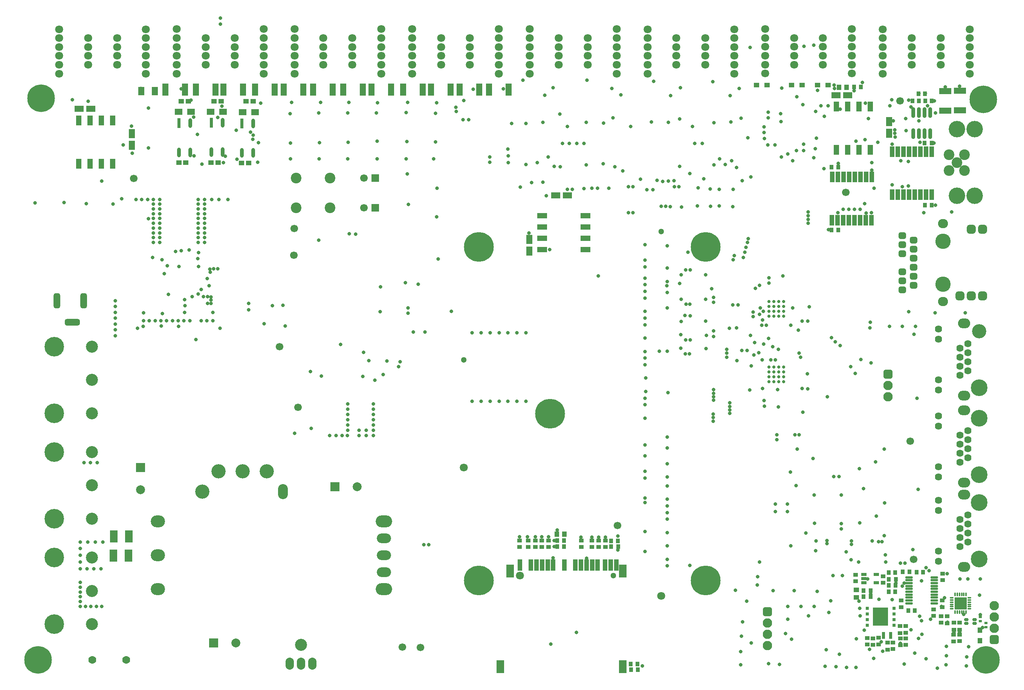
<source format=gbs>
G04*
G04 #@! TF.GenerationSoftware,Altium Limited,Altium Designer,18.1.8 (232)*
G04*
G04 Layer_Color=16711935*
%FSLAX25Y25*%
%MOIN*%
G70*
G01*
G75*
%ADD120R,0.05512X0.07677*%
%ADD126O,0.03150X0.08661*%
%ADD127R,0.03150X0.08661*%
%ADD128R,0.03543X0.04134*%
%ADD130R,0.04134X0.03347*%
%ADD131R,0.04134X0.03543*%
%ADD132R,0.04055X0.04724*%
%ADD134C,0.06693*%
%ADD135R,0.03347X0.04134*%
%ADD136R,0.02756X0.02362*%
%ADD142R,0.08661X0.04724*%
%ADD144R,0.06787X0.10787*%
%ADD147R,0.07874X0.05709*%
%ADD148R,0.03032X0.01968*%
%ADD160R,0.04587X0.04187*%
%ADD161R,0.06787X0.05787*%
%ADD162R,0.04724X0.04213*%
%ADD164R,0.04213X0.04724*%
%ADD172R,0.05709X0.07874*%
G04:AMPARAMS|DCode=177|XSize=37.4mil|YSize=24.41mil|CornerRadius=8.07mil|HoleSize=0mil|Usage=FLASHONLY|Rotation=0.000|XOffset=0mil|YOffset=0mil|HoleType=Round|Shape=RoundedRectangle|*
%AMROUNDEDRECTD177*
21,1,0.03740,0.00827,0,0,0.0*
21,1,0.02126,0.02441,0,0,0.0*
1,1,0.01614,0.01063,-0.00413*
1,1,0.01614,-0.01063,-0.00413*
1,1,0.01614,-0.01063,0.00413*
1,1,0.01614,0.01063,0.00413*
%
%ADD177ROUNDEDRECTD177*%
%ADD178O,0.03543X0.09449*%
%ADD179R,0.03937X0.09449*%
%ADD206R,0.03150X0.02756*%
%ADD215O,0.07480X0.10630*%
%ADD216C,0.10630*%
%ADD217R,0.07874X0.07874*%
%ADD218C,0.07874*%
%ADD219R,0.07874X0.07874*%
%ADD220C,0.06987*%
G04:AMPARAMS|DCode=221|XSize=132.87mil|YSize=57.87mil|CornerRadius=16.44mil|HoleSize=0mil|Usage=FLASHONLY|Rotation=0.000|XOffset=0mil|YOffset=0mil|HoleType=Round|Shape=RoundedRectangle|*
%AMROUNDEDRECTD221*
21,1,0.13287,0.02500,0,0,0.0*
21,1,0.10000,0.05787,0,0,0.0*
1,1,0.03287,0.05000,-0.01250*
1,1,0.03287,-0.05000,-0.01250*
1,1,0.03287,-0.05000,0.01250*
1,1,0.03287,0.05000,0.01250*
%
%ADD221ROUNDEDRECTD221*%
G04:AMPARAMS|DCode=222|XSize=132.87mil|YSize=57.87mil|CornerRadius=16.44mil|HoleSize=0mil|Usage=FLASHONLY|Rotation=270.000|XOffset=0mil|YOffset=0mil|HoleType=Round|Shape=RoundedRectangle|*
%AMROUNDEDRECTD222*
21,1,0.13287,0.02500,0,0,270.0*
21,1,0.10000,0.05787,0,0,270.0*
1,1,0.03287,-0.01250,-0.05000*
1,1,0.03287,-0.01250,0.05000*
1,1,0.03287,0.01250,0.05000*
1,1,0.03287,0.01250,-0.05000*
%
%ADD222ROUNDEDRECTD222*%
%ADD223C,0.07087*%
%ADD224C,0.08287*%
G04:AMPARAMS|DCode=225|XSize=82.87mil|YSize=82.87mil|CornerRadius=22.69mil|HoleSize=0mil|Usage=FLASHONLY|Rotation=180.000|XOffset=0mil|YOffset=0mil|HoleType=Round|Shape=RoundedRectangle|*
%AMROUNDEDRECTD225*
21,1,0.08287,0.03750,0,0,180.0*
21,1,0.03750,0.08287,0,0,180.0*
1,1,0.04537,-0.01875,0.01875*
1,1,0.04537,0.01875,0.01875*
1,1,0.04537,0.01875,-0.01875*
1,1,0.04537,-0.01875,-0.01875*
%
%ADD225ROUNDEDRECTD225*%
%ADD226C,0.05118*%
%ADD227C,0.09449*%
%ADD228R,0.06693X0.06693*%
%ADD229C,0.12598*%
%ADD230O,0.08661X0.13386*%
%ADD231C,0.14787*%
%ADD232O,0.10787X0.08787*%
%ADD233C,0.06387*%
%ADD234C,0.24410*%
%ADD235C,0.26378*%
%ADD236C,0.14567*%
%ADD237C,0.13587*%
G04:AMPARAMS|DCode=238|XSize=57.87mil|YSize=67.87mil|CornerRadius=16.44mil|HoleSize=0mil|Usage=FLASHONLY|Rotation=90.000|XOffset=0mil|YOffset=0mil|HoleType=Round|Shape=RoundedRectangle|*
%AMROUNDEDRECTD238*
21,1,0.05787,0.03500,0,0,90.0*
21,1,0.02500,0.06787,0,0,90.0*
1,1,0.03287,0.01750,0.01250*
1,1,0.03287,0.01750,-0.01250*
1,1,0.03287,-0.01750,-0.01250*
1,1,0.03287,-0.01750,0.01250*
%
%ADD238ROUNDEDRECTD238*%
%ADD239O,0.08787X0.08187*%
G04:AMPARAMS|DCode=240|XSize=77.87mil|YSize=77.87mil|CornerRadius=21.44mil|HoleSize=0mil|Usage=FLASHONLY|Rotation=90.000|XOffset=0mil|YOffset=0mil|HoleType=Round|Shape=RoundedRectangle|*
%AMROUNDEDRECTD240*
21,1,0.07787,0.03500,0,0,90.0*
21,1,0.03500,0.07787,0,0,90.0*
1,1,0.04287,0.01750,0.01750*
1,1,0.04287,0.01750,-0.01750*
1,1,0.04287,-0.01750,-0.01750*
1,1,0.04287,-0.01750,0.01750*
%
%ADD240ROUNDEDRECTD240*%
%ADD241O,0.14567X0.10630*%
%ADD242O,0.12598X0.08661*%
%ADD243O,0.12598X0.10630*%
%ADD244C,0.10630*%
%ADD245C,0.17323*%
%ADD246C,0.03150*%
%ADD247C,0.02756*%
%ADD342R,0.05512X0.11024*%
%ADD343R,0.13780X0.16142*%
%ADD344O,0.01502X0.03156*%
%ADD345R,0.11024X0.05512*%
%ADD346R,0.06693X0.11811*%
%ADD347R,0.03937X0.10039*%
%ADD348R,0.04724X0.08661*%
%ADD349O,0.06693X0.02165*%
%ADD350R,0.04724X0.04055*%
%ADD351R,0.05118X0.03150*%
%ADD352O,0.03156X0.01502*%
%ADD353R,0.10951X0.10951*%
D120*
X119095Y519783D02*
D03*
X107283D02*
D03*
D126*
X140402Y465452D02*
D03*
X150402D02*
D03*
Y491436D02*
D03*
X169106Y465552D02*
D03*
X179106D02*
D03*
Y491536D02*
D03*
X196280Y465158D02*
D03*
X206279D02*
D03*
Y491142D02*
D03*
D127*
X140402Y491436D02*
D03*
X169106Y491536D02*
D03*
X196280Y491142D02*
D03*
D128*
X546412Y7362D02*
D03*
X540309D02*
D03*
X475098Y121555D02*
D03*
X481201D02*
D03*
X475128Y116390D02*
D03*
X481231D02*
D03*
X529051D02*
D03*
X522949D02*
D03*
X723851Y396800D02*
D03*
X717749D02*
D03*
X723851Y452300D02*
D03*
X717749D02*
D03*
X743871Y523257D02*
D03*
X737769D02*
D03*
X768504Y81890D02*
D03*
X774606D02*
D03*
X768602Y87206D02*
D03*
X774705D02*
D03*
X746238Y72000D02*
D03*
X752340D02*
D03*
X746260Y77461D02*
D03*
X752362D02*
D03*
X800449Y418800D02*
D03*
X806551D02*
D03*
X800249Y473700D02*
D03*
X806351D02*
D03*
D130*
X749500Y29528D02*
D03*
Y35236D02*
D03*
X772200Y25546D02*
D03*
Y31254D02*
D03*
X783500Y29346D02*
D03*
Y35054D02*
D03*
X754400Y29446D02*
D03*
Y35154D02*
D03*
X831102Y32677D02*
D03*
Y38386D02*
D03*
X441900Y121754D02*
D03*
Y116046D02*
D03*
X449300Y121754D02*
D03*
Y116046D02*
D03*
X455700Y121754D02*
D03*
Y116046D02*
D03*
X461500Y121754D02*
D03*
Y116046D02*
D03*
X467400Y121754D02*
D03*
Y116046D02*
D03*
X496400Y121754D02*
D03*
Y116046D02*
D03*
X505905Y121752D02*
D03*
Y116043D02*
D03*
X511700Y121754D02*
D03*
Y116046D02*
D03*
X517800Y121754D02*
D03*
Y116046D02*
D03*
X763438Y89954D02*
D03*
Y84246D02*
D03*
X808071Y60827D02*
D03*
Y55118D02*
D03*
X814851Y48917D02*
D03*
Y54626D02*
D03*
X739169Y85746D02*
D03*
Y91454D02*
D03*
X816000Y92454D02*
D03*
Y86746D02*
D03*
D131*
X783300Y39849D02*
D03*
Y45951D02*
D03*
X825886Y38484D02*
D03*
Y32382D02*
D03*
X815748Y68799D02*
D03*
Y62697D02*
D03*
X759300Y35751D02*
D03*
Y29649D02*
D03*
X778500Y39845D02*
D03*
Y45947D02*
D03*
X779300Y62649D02*
D03*
Y68751D02*
D03*
X767500Y31251D02*
D03*
Y25149D02*
D03*
X819977Y48493D02*
D03*
Y54595D02*
D03*
X830969Y42766D02*
D03*
Y48869D02*
D03*
X826069Y42766D02*
D03*
Y48869D02*
D03*
X778642Y35051D02*
D03*
Y28949D02*
D03*
D132*
X849213Y32953D02*
D03*
Y42244D02*
D03*
D134*
X790300Y105000D02*
D03*
X730400Y430000D02*
D03*
X787300Y209600D02*
D03*
X528500Y134900D02*
D03*
X229300Y293300D02*
D03*
X242000Y374400D02*
D03*
X100300Y442400D02*
D03*
X304200Y442600D02*
D03*
X304100Y416400D02*
D03*
X778300Y511100D02*
D03*
X242500Y398000D02*
D03*
X354000Y26900D02*
D03*
X245900Y239800D02*
D03*
X338000Y27300D02*
D03*
D135*
X540256Y12303D02*
D03*
X545965D02*
D03*
X528642Y121457D02*
D03*
X522933D02*
D03*
X774148Y93200D02*
D03*
X768439D02*
D03*
X768483Y76400D02*
D03*
X774192D02*
D03*
X791437Y59646D02*
D03*
X785728D02*
D03*
X780946Y93962D02*
D03*
X786654D02*
D03*
X798754Y93662D02*
D03*
X793046D02*
D03*
X806409Y511000D02*
D03*
X800700D02*
D03*
X794846Y517500D02*
D03*
X800554D02*
D03*
X789291Y511000D02*
D03*
X795000D02*
D03*
D136*
X854429Y48622D02*
D03*
Y45079D02*
D03*
X849500Y53972D02*
D03*
Y50428D02*
D03*
D142*
X500098Y409488D02*
D03*
Y399488D02*
D03*
Y389488D02*
D03*
Y379488D02*
D03*
X461909Y409488D02*
D03*
Y399488D02*
D03*
Y389488D02*
D03*
Y379488D02*
D03*
D144*
X82650Y125200D02*
D03*
X96150D02*
D03*
X82450Y108400D02*
D03*
X95950D02*
D03*
D147*
X62402Y504035D02*
D03*
X52165D02*
D03*
X721882Y516100D02*
D03*
X732118D02*
D03*
X473809Y427273D02*
D03*
X484045D02*
D03*
D148*
X763890Y35631D02*
D03*
Y37600D02*
D03*
Y39568D02*
D03*
X770110D02*
D03*
Y37600D02*
D03*
Y35631D02*
D03*
D160*
X199951Y510644D02*
D03*
X206151D02*
D03*
X171605D02*
D03*
X177805D02*
D03*
X142502D02*
D03*
X148702D02*
D03*
X140402Y456444D02*
D03*
X146602D02*
D03*
X168906Y456244D02*
D03*
X175106D02*
D03*
X195848Y455850D02*
D03*
X202048D02*
D03*
D161*
X151002Y501444D02*
D03*
X140002D02*
D03*
X179606D02*
D03*
X168606D02*
D03*
X207948Y501050D02*
D03*
X196948D02*
D03*
D162*
X739669Y78107D02*
D03*
Y71493D02*
D03*
D164*
X481555Y127264D02*
D03*
X474941D02*
D03*
X724413Y523157D02*
D03*
X731027D02*
D03*
D172*
X98846Y471735D02*
D03*
Y481972D02*
D03*
X768900Y492618D02*
D03*
Y482382D02*
D03*
X450327Y378037D02*
D03*
Y388273D02*
D03*
D177*
X844291Y48425D02*
D03*
Y51575D02*
D03*
X837205Y48425D02*
D03*
Y51575D02*
D03*
D178*
X790256Y500787D02*
D03*
X795256D02*
D03*
X800256D02*
D03*
X805256D02*
D03*
X790256Y481890D02*
D03*
X795256D02*
D03*
X800256D02*
D03*
X805256D02*
D03*
D179*
X718261Y405406D02*
D03*
X723261D02*
D03*
X753261D02*
D03*
X748261D02*
D03*
X743261D02*
D03*
X738261D02*
D03*
X733261D02*
D03*
X728261D02*
D03*
X753339Y443595D02*
D03*
X718339D02*
D03*
X723339D02*
D03*
X728339D02*
D03*
X738339D02*
D03*
X743339D02*
D03*
X748339D02*
D03*
X733339D02*
D03*
X806614Y466043D02*
D03*
X801614D02*
D03*
X771614D02*
D03*
X776614D02*
D03*
X781614D02*
D03*
X786614D02*
D03*
X791614D02*
D03*
X796614D02*
D03*
X771535Y427854D02*
D03*
X806535D02*
D03*
X801535D02*
D03*
X796535D02*
D03*
X786535D02*
D03*
X781535D02*
D03*
X776535D02*
D03*
X791535D02*
D03*
D206*
X749389Y46700D02*
D03*
Y51700D02*
D03*
Y56700D02*
D03*
Y61700D02*
D03*
X773011D02*
D03*
Y56700D02*
D03*
Y51700D02*
D03*
Y46700D02*
D03*
D215*
X238600Y12600D02*
D03*
X258600D02*
D03*
X248600D02*
D03*
D216*
Y29411D02*
D03*
D217*
X106299Y186417D02*
D03*
D218*
Y166732D02*
D03*
X190743Y30900D02*
D03*
X298243Y169300D02*
D03*
D219*
X171057Y30900D02*
D03*
X278557Y169300D02*
D03*
D220*
X93800Y16100D02*
D03*
X63800D02*
D03*
D221*
X46279Y315058D02*
D03*
D222*
X56079Y333858D02*
D03*
X32579D02*
D03*
D223*
X450872Y566651D02*
D03*
Y535155D02*
D03*
X527643Y566651D02*
D03*
Y535155D02*
D03*
X450872Y543029D02*
D03*
Y550903D02*
D03*
Y558777D02*
D03*
X476462Y543029D02*
D03*
Y550903D02*
D03*
Y558777D02*
D03*
X502053Y543029D02*
D03*
Y550903D02*
D03*
Y558777D02*
D03*
X527643D02*
D03*
Y550903D02*
D03*
Y543029D02*
D03*
Y574525D02*
D03*
X450872D02*
D03*
X476462Y566651D02*
D03*
X502053D02*
D03*
X346766Y566651D02*
D03*
Y535155D02*
D03*
X423538Y566651D02*
D03*
Y535155D02*
D03*
X346766Y543029D02*
D03*
Y550903D02*
D03*
Y558777D02*
D03*
X372357Y543029D02*
D03*
Y550903D02*
D03*
Y558777D02*
D03*
X397947Y543029D02*
D03*
Y550903D02*
D03*
Y558777D02*
D03*
X423538D02*
D03*
Y550903D02*
D03*
Y543029D02*
D03*
Y574525D02*
D03*
X346766D02*
D03*
X372357Y566651D02*
D03*
X397947D02*
D03*
X242660Y566651D02*
D03*
Y535155D02*
D03*
X319432Y566651D02*
D03*
Y535155D02*
D03*
X242660Y543029D02*
D03*
Y550903D02*
D03*
Y558777D02*
D03*
X268251Y543029D02*
D03*
Y550903D02*
D03*
Y558777D02*
D03*
X293841Y543029D02*
D03*
Y550903D02*
D03*
Y558777D02*
D03*
X319432D02*
D03*
Y550903D02*
D03*
Y543029D02*
D03*
Y574525D02*
D03*
X242660D02*
D03*
X268251Y566651D02*
D03*
X293841D02*
D03*
X138555Y566651D02*
D03*
Y535155D02*
D03*
X215326Y566651D02*
D03*
Y535155D02*
D03*
X138555Y543029D02*
D03*
Y550903D02*
D03*
Y558777D02*
D03*
X164145Y543029D02*
D03*
Y550903D02*
D03*
Y558777D02*
D03*
X189736Y543029D02*
D03*
Y550903D02*
D03*
Y558777D02*
D03*
X215326D02*
D03*
Y550903D02*
D03*
Y543029D02*
D03*
Y574525D02*
D03*
X138555D02*
D03*
X164145Y566651D02*
D03*
X189736D02*
D03*
X34449Y566634D02*
D03*
Y535138D02*
D03*
X111221Y566634D02*
D03*
Y535138D02*
D03*
X34449Y543012D02*
D03*
Y550886D02*
D03*
Y558760D02*
D03*
X60039Y543012D02*
D03*
Y550886D02*
D03*
Y558760D02*
D03*
X85630Y543012D02*
D03*
Y550886D02*
D03*
Y558760D02*
D03*
X111221D02*
D03*
Y550886D02*
D03*
Y543012D02*
D03*
Y574508D02*
D03*
X34449D02*
D03*
X60039Y566634D02*
D03*
X85630D02*
D03*
X442155Y90648D02*
D03*
X554978Y566634D02*
D03*
Y535138D02*
D03*
X631749Y566634D02*
D03*
Y535138D02*
D03*
X554978Y543012D02*
D03*
Y550886D02*
D03*
Y558760D02*
D03*
X580568Y543012D02*
D03*
Y550886D02*
D03*
Y558760D02*
D03*
X606159Y543012D02*
D03*
Y550886D02*
D03*
Y558760D02*
D03*
X631749D02*
D03*
Y550886D02*
D03*
Y543012D02*
D03*
Y574508D02*
D03*
X554978D02*
D03*
X580568Y566634D02*
D03*
X606159D02*
D03*
X763189Y566634D02*
D03*
Y535138D02*
D03*
X839961Y566634D02*
D03*
Y535138D02*
D03*
X763189Y543012D02*
D03*
Y550886D02*
D03*
Y558760D02*
D03*
X788779Y543012D02*
D03*
Y550886D02*
D03*
Y558760D02*
D03*
X814370Y543012D02*
D03*
Y550886D02*
D03*
Y558760D02*
D03*
X839961D02*
D03*
Y550886D02*
D03*
Y543012D02*
D03*
Y574508D02*
D03*
X763189D02*
D03*
X788779Y566634D02*
D03*
X814370D02*
D03*
X659083Y566726D02*
D03*
Y535230D02*
D03*
X735855Y566726D02*
D03*
Y535230D02*
D03*
X659083Y543104D02*
D03*
Y550978D02*
D03*
Y558852D02*
D03*
X684674Y543104D02*
D03*
Y550978D02*
D03*
Y558852D02*
D03*
X710264Y543104D02*
D03*
Y550978D02*
D03*
Y558852D02*
D03*
X735855D02*
D03*
Y550978D02*
D03*
Y543104D02*
D03*
Y574600D02*
D03*
X659083D02*
D03*
X684674Y566726D02*
D03*
X710264D02*
D03*
X392350Y186402D02*
D03*
X567172Y72622D02*
D03*
D224*
X861909Y64114D02*
D03*
Y54114D02*
D03*
X861909Y44114D02*
D03*
X661100Y28800D02*
D03*
Y38800D02*
D03*
X661100Y48800D02*
D03*
X767800Y248900D02*
D03*
X767800Y258900D02*
D03*
D225*
X861909Y34114D02*
D03*
X661100Y58800D02*
D03*
X767800Y268900D02*
D03*
D226*
X524832Y90648D02*
D03*
X392350Y281677D02*
D03*
X567172Y395457D02*
D03*
D227*
X274200Y442600D02*
D03*
X244200D02*
D03*
X274100Y416400D02*
D03*
X244100D02*
D03*
X821663Y449463D02*
D03*
Y463400D02*
D03*
X835600Y449463D02*
D03*
Y463400D02*
D03*
X828631Y456431D02*
D03*
D228*
X314200Y442600D02*
D03*
X314100Y416400D02*
D03*
D229*
X161270Y164865D02*
D03*
X175601Y182935D02*
D03*
X196900D02*
D03*
X218199D02*
D03*
X848500Y307100D02*
D03*
D230*
X232530Y164865D02*
D03*
D231*
X848500Y105300D02*
D03*
Y155300D02*
D03*
Y230100D02*
D03*
Y180100D02*
D03*
Y257100D02*
D03*
D232*
X835000Y98300D02*
D03*
Y162300D02*
D03*
Y237100D02*
D03*
Y173100D02*
D03*
Y250100D02*
D03*
Y314100D02*
D03*
D233*
X838500Y144300D02*
D03*
X831500Y140300D02*
D03*
Y124300D02*
D03*
X812500Y148300D02*
D03*
X838500Y136300D02*
D03*
X812500Y103300D02*
D03*
X838500Y120300D02*
D03*
Y128300D02*
D03*
X812500Y112300D02*
D03*
X831500Y116300D02*
D03*
Y132300D02*
D03*
X812500Y157300D02*
D03*
Y232100D02*
D03*
X831500Y207100D02*
D03*
Y191100D02*
D03*
X812500Y187100D02*
D03*
X838500Y203100D02*
D03*
Y195100D02*
D03*
X812500Y178100D02*
D03*
X838500Y211100D02*
D03*
X812500Y223100D02*
D03*
X831500Y199100D02*
D03*
Y215100D02*
D03*
X838500Y219100D02*
D03*
Y296100D02*
D03*
X831500Y292100D02*
D03*
Y276100D02*
D03*
X812500Y300100D02*
D03*
X838500Y288100D02*
D03*
X812500Y255100D02*
D03*
X838500Y272100D02*
D03*
Y280100D02*
D03*
X812500Y264100D02*
D03*
X831500Y268100D02*
D03*
Y284100D02*
D03*
X812500Y309100D02*
D03*
D234*
X852048Y512371D02*
D03*
X18448Y513371D02*
D03*
X854300Y16100D02*
D03*
X15900D02*
D03*
D235*
X468747Y234039D02*
D03*
X405755Y381677D02*
D03*
Y86402D02*
D03*
X606542Y86402D02*
D03*
Y381677D02*
D03*
D236*
X844380Y485959D02*
D03*
Y426904D02*
D03*
X828631Y485959D02*
D03*
Y426904D02*
D03*
D237*
X816565Y348800D02*
D03*
Y386800D02*
D03*
D238*
X790565Y387800D02*
D03*
Y379800D02*
D03*
Y371800D02*
D03*
Y363800D02*
D03*
Y355800D02*
D03*
Y347800D02*
D03*
X780565Y391800D02*
D03*
Y383800D02*
D03*
Y375800D02*
D03*
Y359800D02*
D03*
Y351800D02*
D03*
Y343800D02*
D03*
D239*
X816565Y402400D02*
D03*
Y333200D02*
D03*
D240*
X841565Y397400D02*
D03*
X851565D02*
D03*
X831565Y338200D02*
D03*
X841565D02*
D03*
X851565D02*
D03*
D241*
X321700Y78800D02*
D03*
Y138800D02*
D03*
D242*
Y93800D02*
D03*
Y108800D02*
D03*
Y123800D02*
D03*
D243*
X121700Y138800D02*
D03*
Y108800D02*
D03*
Y78800D02*
D03*
D244*
X63583Y106693D02*
D03*
Y77165D02*
D03*
Y47638D02*
D03*
X63565Y200104D02*
D03*
Y170576D02*
D03*
Y141049D02*
D03*
X63484Y293504D02*
D03*
Y263976D02*
D03*
Y234449D02*
D03*
D245*
X30118Y106693D02*
D03*
Y47638D02*
D03*
X30100Y200104D02*
D03*
Y141049D02*
D03*
X30020Y293504D02*
D03*
Y234449D02*
D03*
D246*
X645900Y558300D02*
D03*
X702166Y560200D02*
D03*
X693500Y559500D02*
D03*
X168800Y337500D02*
D03*
X771400Y472600D02*
D03*
X686700Y467000D02*
D03*
X693100Y466900D02*
D03*
X693000Y472700D02*
D03*
X165700Y337600D02*
D03*
X99016Y471161D02*
D03*
X113500Y504800D02*
D03*
X99016Y464764D02*
D03*
X90987Y472047D02*
D03*
X106791Y522047D02*
D03*
X157310Y340100D02*
D03*
X168800Y331700D02*
D03*
X165900Y331721D02*
D03*
X162042Y337627D02*
D03*
X174800Y362200D02*
D03*
X167000Y347400D02*
D03*
X157800Y364425D02*
D03*
X149300Y379100D02*
D03*
X157790Y376596D02*
D03*
X140375Y364425D02*
D03*
X324300Y280800D02*
D03*
X206100Y480700D02*
D03*
X205800Y477100D02*
D03*
X191200Y484995D02*
D03*
X392600Y511300D02*
D03*
X477400Y499400D02*
D03*
X462500Y492002D02*
D03*
X524300Y495900D02*
D03*
X516100Y491300D02*
D03*
X583600Y495100D02*
D03*
X573400Y492000D02*
D03*
X637800Y495800D02*
D03*
X628800Y492400D02*
D03*
X673000Y492700D02*
D03*
X772600Y493400D02*
D03*
X773700Y482300D02*
D03*
X773800Y485500D02*
D03*
X753600Y456200D02*
D03*
X786100Y324400D02*
D03*
X630800Y370200D02*
D03*
X697100Y409200D02*
D03*
X697200Y402800D02*
D03*
X697146Y406004D02*
D03*
X654654Y327784D02*
D03*
X656205Y312300D02*
D03*
X648327Y319882D02*
D03*
X643100Y290100D02*
D03*
X638500Y290000D02*
D03*
X646703Y276500D02*
D03*
X656600Y281700D02*
D03*
X670000Y255300D02*
D03*
X572549Y289400D02*
D03*
X475200Y130900D02*
D03*
X469300Y30100D02*
D03*
X679200Y52000D02*
D03*
X677100Y39500D02*
D03*
X834941Y56403D02*
D03*
X849600Y56000D02*
D03*
X801600Y97700D02*
D03*
X804000Y95100D02*
D03*
X791614Y21900D02*
D03*
X552900Y247800D02*
D03*
X553300Y253700D02*
D03*
X552928Y318685D02*
D03*
Y300969D02*
D03*
Y289158D02*
D03*
Y283252D02*
D03*
X553300Y265535D02*
D03*
X552928Y277346D02*
D03*
Y312779D02*
D03*
X719095Y90600D02*
D03*
X714000Y249000D02*
D03*
X759900Y69554D02*
D03*
X747500Y476800D02*
D03*
X649900Y297000D02*
D03*
X179900Y456300D02*
D03*
X318600Y324400D02*
D03*
X318700Y346400D02*
D03*
X343300Y419300D02*
D03*
X434800Y491100D02*
D03*
X747900Y509100D02*
D03*
X705335Y520500D02*
D03*
X683600Y458000D02*
D03*
X673500Y461400D02*
D03*
X89879Y424300D02*
D03*
X72200Y440000D02*
D03*
X642800Y67900D02*
D03*
X743000Y55100D02*
D03*
X742800Y61800D02*
D03*
X703800Y112607D02*
D03*
X704200Y121200D02*
D03*
X646900Y31000D02*
D03*
X637300Y11700D02*
D03*
X697539Y55000D02*
D03*
X715400Y58000D02*
D03*
X705200Y76559D02*
D03*
X666000Y77458D02*
D03*
X684700Y77200D02*
D03*
X632800Y77800D02*
D03*
X801300Y17100D02*
D03*
X682300Y34500D02*
D03*
X638100Y36900D02*
D03*
X652200Y82200D02*
D03*
X652500Y89700D02*
D03*
X739600Y9300D02*
D03*
X731100Y9500D02*
D03*
X721882Y9900D02*
D03*
X712100Y10400D02*
D03*
X662000Y12800D02*
D03*
X671900Y12100D02*
D03*
X679000Y63500D02*
D03*
X690800Y63300D02*
D03*
X702300D02*
D03*
X837200Y10800D02*
D03*
X837400Y18600D02*
D03*
X839200Y27600D02*
D03*
X819200Y11700D02*
D03*
X819519Y19700D02*
D03*
X819600Y28000D02*
D03*
X831300Y87733D02*
D03*
X849500D02*
D03*
X848800Y73400D02*
D03*
X661544Y472100D02*
D03*
X658500Y477756D02*
D03*
X658000Y483000D02*
D03*
X658173Y488000D02*
D03*
X661900Y495887D02*
D03*
Y501154D02*
D03*
X778642Y30600D02*
D03*
X782200Y12500D02*
D03*
X755100Y17300D02*
D03*
X763189Y23700D02*
D03*
X751300Y25400D02*
D03*
X739900Y34700D02*
D03*
X746900Y42500D02*
D03*
X761700Y31900D02*
D03*
X724800Y21100D02*
D03*
X713100Y24900D02*
D03*
X782776Y101772D02*
D03*
X447361Y305600D02*
D03*
X439451D02*
D03*
X431540D02*
D03*
X423630D02*
D03*
X415720D02*
D03*
X407810D02*
D03*
X399900D02*
D03*
Y245100D02*
D03*
X407810D02*
D03*
X415720D02*
D03*
X423630D02*
D03*
X447361D02*
D03*
X439451D02*
D03*
X431540D02*
D03*
X296900Y393000D02*
D03*
X291200Y393200D02*
D03*
X264100Y387800D02*
D03*
X177200Y578900D02*
D03*
Y584200D02*
D03*
X720276Y524902D02*
D03*
X704400Y478100D02*
D03*
X711200Y450900D02*
D03*
X727300Y90800D02*
D03*
X565400Y289400D02*
D03*
X548800Y441800D02*
D03*
X604655Y441900D02*
D03*
X592500Y99600D02*
D03*
X745100Y527500D02*
D03*
X646300Y443595D02*
D03*
X633700Y452000D02*
D03*
X629300Y458000D02*
D03*
X623700Y454726D02*
D03*
X618700Y459600D02*
D03*
X686600Y170200D02*
D03*
X592100Y286900D02*
D03*
X588539D02*
D03*
X592700Y299300D02*
D03*
X588900D02*
D03*
X592700Y320800D02*
D03*
X588000Y320900D02*
D03*
X627600Y309700D02*
D03*
X633760Y309900D02*
D03*
X613400Y302400D02*
D03*
X613500Y307200D02*
D03*
X592400Y330900D02*
D03*
X630400Y330500D02*
D03*
X635000Y330300D02*
D03*
X575098Y417300D02*
D03*
X559700Y432400D02*
D03*
X542100Y412000D02*
D03*
X538100D02*
D03*
X613600Y332700D02*
D03*
Y337100D02*
D03*
X578900Y435100D02*
D03*
X582700D02*
D03*
X599279Y418100D02*
D03*
X610800Y417800D02*
D03*
X618507Y417900D02*
D03*
X630400Y417200D02*
D03*
X618500Y432800D02*
D03*
X630688D02*
D03*
X599900Y433900D02*
D03*
X610500Y433100D02*
D03*
X585200Y416900D02*
D03*
X554400Y432400D02*
D03*
X571100Y417600D02*
D03*
X567172D02*
D03*
X542100Y435100D02*
D03*
X538100D02*
D03*
X511713Y124705D02*
D03*
X550492Y10531D02*
D03*
X637598Y23327D02*
D03*
X811319Y8563D02*
D03*
X831004Y40354D02*
D03*
X825984Y40453D02*
D03*
X851378Y44685D02*
D03*
X820571Y49311D02*
D03*
X805610Y51968D02*
D03*
X795669Y54626D02*
D03*
X639075Y49803D02*
D03*
X735138Y104823D02*
D03*
X741634Y102756D02*
D03*
X730807Y111811D02*
D03*
X735335Y121358D02*
D03*
X753642Y121260D02*
D03*
X765561Y108957D02*
D03*
X762402Y120571D02*
D03*
X759367D02*
D03*
X765945Y102756D02*
D03*
X794390Y166929D02*
D03*
X701476Y194488D02*
D03*
X692520Y235335D02*
D03*
X742520Y185433D02*
D03*
X724606Y178347D02*
D03*
X719685Y178445D02*
D03*
X689173Y215256D02*
D03*
X669337Y210971D02*
D03*
Y215354D02*
D03*
X687402Y202658D02*
D03*
X685433Y215339D02*
D03*
X743820Y282087D02*
D03*
X696949Y316142D02*
D03*
X793307Y247638D02*
D03*
X800689Y517520D02*
D03*
X794980D02*
D03*
X796063Y474213D02*
D03*
X737894Y520079D02*
D03*
X737769Y523257D02*
D03*
X758760Y474311D02*
D03*
X774114Y479134D02*
D03*
X691900Y525197D02*
D03*
X673819Y522342D02*
D03*
X661024Y525098D02*
D03*
X687205Y514750D02*
D03*
X667717Y472146D02*
D03*
X415551Y461319D02*
D03*
X431693Y462402D02*
D03*
X753248Y412008D02*
D03*
X603346Y473228D02*
D03*
X596654D02*
D03*
X498819D02*
D03*
X492618D02*
D03*
X485827D02*
D03*
X479724D02*
D03*
X594783Y488287D02*
D03*
X540158Y488484D02*
D03*
X484055Y488189D02*
D03*
X488484Y432776D02*
D03*
X483957D02*
D03*
X477658Y452756D02*
D03*
X498819Y433465D02*
D03*
X500886Y454429D02*
D03*
X465354Y427067D02*
D03*
X385827Y501575D02*
D03*
X385433Y505315D02*
D03*
X396654Y494486D02*
D03*
X391954D02*
D03*
X202264Y331821D02*
D03*
Y325886D02*
D03*
X590945Y376870D02*
D03*
X299935Y214567D02*
D03*
X273813D02*
D03*
X279528D02*
D03*
X284646D02*
D03*
X299935Y219258D02*
D03*
X306119D02*
D03*
X306119Y214567D02*
D03*
X289469D02*
D03*
X289764Y219258D02*
D03*
Y223950D02*
D03*
Y228642D02*
D03*
Y233333D02*
D03*
Y238025D02*
D03*
Y242717D02*
D03*
X312303Y214567D02*
D03*
X312303Y219258D02*
D03*
X312303Y223950D02*
D03*
Y228642D02*
D03*
Y233333D02*
D03*
Y238025D02*
D03*
Y242717D02*
D03*
X38835Y420866D02*
D03*
X58392Y419980D02*
D03*
X60138Y510728D02*
D03*
X84153Y303150D02*
D03*
Y308300D02*
D03*
Y313451D02*
D03*
Y318602D02*
D03*
Y323753D02*
D03*
Y328904D02*
D03*
Y334055D02*
D03*
X183661Y423819D02*
D03*
X175787D02*
D03*
X169291D02*
D03*
X117913Y389873D02*
D03*
X123622Y385630D02*
D03*
X142421Y378445D02*
D03*
X163091Y385630D02*
D03*
Y389873D02*
D03*
Y394116D02*
D03*
Y398359D02*
D03*
Y402603D02*
D03*
Y406846D02*
D03*
Y411089D02*
D03*
Y415332D02*
D03*
Y419576D02*
D03*
Y423819D02*
D03*
X157359Y385630D02*
D03*
Y389873D02*
D03*
Y394116D02*
D03*
Y398359D02*
D03*
Y402603D02*
D03*
Y406846D02*
D03*
Y411089D02*
D03*
Y415332D02*
D03*
Y419576D02*
D03*
Y423819D02*
D03*
X123622Y389873D02*
D03*
Y394116D02*
D03*
Y398359D02*
D03*
Y402603D02*
D03*
Y406846D02*
D03*
Y411089D02*
D03*
Y415332D02*
D03*
Y419576D02*
D03*
Y423819D02*
D03*
X117913Y385630D02*
D03*
Y394116D02*
D03*
Y398359D02*
D03*
Y402603D02*
D03*
Y406846D02*
D03*
Y411089D02*
D03*
Y415332D02*
D03*
Y419576D02*
D03*
Y423819D02*
D03*
X112722D02*
D03*
X107529D02*
D03*
X102338D02*
D03*
X113400Y406700D02*
D03*
X167900Y362100D02*
D03*
X168800Y334800D02*
D03*
X168000Y359400D02*
D03*
X171000Y362200D02*
D03*
X176673Y309538D02*
D03*
X109153Y323228D02*
D03*
X125689Y322622D02*
D03*
X170374Y323644D02*
D03*
Y316308D02*
D03*
X160170D02*
D03*
X140256Y311417D02*
D03*
X124705Y311614D02*
D03*
X108760Y311319D02*
D03*
X103740Y309538D02*
D03*
X165272Y316308D02*
D03*
X149967D02*
D03*
X144865D02*
D03*
X139764D02*
D03*
X134662D02*
D03*
X129560D02*
D03*
X124459D02*
D03*
X119357D02*
D03*
X114255D02*
D03*
X109153D02*
D03*
X56299Y190551D02*
D03*
X62254D02*
D03*
X68209D02*
D03*
X73130Y120472D02*
D03*
X71358Y96752D02*
D03*
X65256D02*
D03*
X59153D02*
D03*
X53051D02*
D03*
Y102682D02*
D03*
Y108612D02*
D03*
Y114542D02*
D03*
Y120472D02*
D03*
X59744D02*
D03*
X66437D02*
D03*
X361417Y117898D02*
D03*
X356988D02*
D03*
X72047Y63484D02*
D03*
X67298D02*
D03*
X62549D02*
D03*
X57800D02*
D03*
X53051D02*
D03*
Y67697D02*
D03*
Y71909D02*
D03*
Y76122D02*
D03*
Y80335D02*
D03*
Y84547D02*
D03*
X82111Y419685D02*
D03*
X13287Y420571D02*
D03*
X774803Y84055D02*
D03*
X749705Y87795D02*
D03*
X742126Y68110D02*
D03*
X752362Y74500D02*
D03*
X817717Y70866D02*
D03*
X797539Y50689D02*
D03*
X654134Y102756D02*
D03*
X735335Y118209D02*
D03*
X713681Y121555D02*
D03*
Y118996D02*
D03*
X764567Y126083D02*
D03*
X789862Y113583D02*
D03*
X778877Y101673D02*
D03*
X838386Y87795D02*
D03*
X820177Y92323D02*
D03*
X797342Y86024D02*
D03*
X815158Y63287D02*
D03*
X788091Y42618D02*
D03*
X797736Y38583D02*
D03*
X794882Y34941D02*
D03*
X782087Y84055D02*
D03*
X780413Y81299D02*
D03*
X771457Y69291D02*
D03*
X717051Y68209D02*
D03*
X501083Y106004D02*
D03*
X528937Y113189D02*
D03*
X528642Y125591D02*
D03*
X517717Y124705D02*
D03*
X505905D02*
D03*
X496063D02*
D03*
X471555Y106299D02*
D03*
X472539Y116437D02*
D03*
Y121555D02*
D03*
X467421Y125000D02*
D03*
X461614D02*
D03*
X455709D02*
D03*
X448900D02*
D03*
X441900D02*
D03*
X613091Y233750D02*
D03*
Y230600D02*
D03*
Y227450D02*
D03*
X627953Y243650D02*
D03*
Y240500D02*
D03*
Y234201D02*
D03*
Y237350D02*
D03*
X613484Y255299D02*
D03*
Y252150D02*
D03*
Y245850D02*
D03*
Y249000D02*
D03*
X560433Y528346D02*
D03*
X501575Y529429D02*
D03*
X308563Y280906D02*
D03*
X336221Y280100D02*
D03*
X631791Y373917D02*
D03*
X303740Y288291D02*
D03*
X334941Y275590D02*
D03*
X321063Y268602D02*
D03*
X313878Y263779D02*
D03*
X256693Y271260D02*
D03*
X303051Y267028D02*
D03*
X266333Y267421D02*
D03*
X492028Y40256D02*
D03*
X511319Y356087D02*
D03*
X98622Y488779D02*
D03*
X156693Y481299D02*
D03*
X203750Y483488D02*
D03*
X178543Y506496D02*
D03*
X342520Y446358D02*
D03*
X368602Y408200D02*
D03*
X368701Y433800D02*
D03*
X46260Y512008D02*
D03*
X191634Y459345D02*
D03*
X160851Y455118D02*
D03*
X113583Y469390D02*
D03*
X197539Y522342D02*
D03*
X172146Y522146D02*
D03*
X142618Y521752D02*
D03*
X151279Y511516D02*
D03*
X153551Y496555D02*
D03*
X153839Y462303D02*
D03*
X174803Y496358D02*
D03*
X181299Y462106D02*
D03*
X208957Y500591D02*
D03*
X212697Y508858D02*
D03*
X208858Y522441D02*
D03*
X238779Y499705D02*
D03*
X240059Y509547D02*
D03*
X210039Y456693D02*
D03*
X210925Y474000D02*
D03*
X239075Y459547D02*
D03*
X239100Y473622D02*
D03*
X233858Y522047D02*
D03*
X264764Y473917D02*
D03*
X264469Y459600D02*
D03*
X264173Y500277D02*
D03*
X265650Y509744D02*
D03*
X259350Y522146D02*
D03*
X289711Y500295D02*
D03*
X290945Y509842D02*
D03*
X285925Y522047D02*
D03*
X289665Y459646D02*
D03*
X290158Y474508D02*
D03*
X314961Y500486D02*
D03*
X316240Y509350D02*
D03*
X311122Y522047D02*
D03*
X315650Y459547D02*
D03*
X315945Y475197D02*
D03*
X341437Y500689D02*
D03*
X342913Y509547D02*
D03*
X338779Y522244D02*
D03*
X368406Y509449D02*
D03*
X367618Y499902D02*
D03*
X364354Y521358D02*
D03*
X365748Y459646D02*
D03*
X367600Y474705D02*
D03*
X342224Y475098D02*
D03*
X341535Y459547D02*
D03*
X450197Y393996D02*
D03*
X468504Y379488D02*
D03*
X400886Y521457D02*
D03*
X427461Y521555D02*
D03*
X467224Y461417D02*
D03*
X523425Y522047D02*
D03*
X831201Y523917D02*
D03*
X818307Y523425D02*
D03*
X644095Y388976D02*
D03*
X643405Y385728D02*
D03*
X697146Y412697D02*
D03*
X723425Y412106D02*
D03*
X743261Y415059D02*
D03*
X738261D02*
D03*
X728261D02*
D03*
X733261D02*
D03*
X714961Y397047D02*
D03*
X748339Y411713D02*
D03*
X723851Y455807D02*
D03*
X698162Y328839D02*
D03*
X642213Y381496D02*
D03*
X753445Y449606D02*
D03*
X802756Y506790D02*
D03*
X721252Y297842D02*
D03*
X725429Y294306D02*
D03*
X717717Y301378D02*
D03*
X722100Y515882D02*
D03*
X720472Y521850D02*
D03*
X771358Y436614D02*
D03*
X809744Y418799D02*
D03*
X808563Y473721D02*
D03*
X788189Y505709D02*
D03*
X808760Y511000D02*
D03*
X786122Y511713D02*
D03*
X770965Y512037D02*
D03*
X750492Y495374D02*
D03*
X794980Y493504D02*
D03*
X783366Y495218D02*
D03*
X769390Y506556D02*
D03*
X783760Y484842D02*
D03*
X809646Y500295D02*
D03*
X779035Y458071D02*
D03*
X785639Y457185D02*
D03*
X785630Y435630D02*
D03*
X780610Y435039D02*
D03*
X755610Y433661D02*
D03*
X747026Y420100D02*
D03*
X625000Y291142D02*
D03*
Y287621D02*
D03*
Y284100D02*
D03*
X681795Y312500D02*
D03*
X688386Y307972D02*
D03*
X690551Y283900D02*
D03*
X689100Y287795D02*
D03*
X639764Y372244D02*
D03*
X641142Y377067D02*
D03*
X515939Y455309D02*
D03*
X533071Y448937D02*
D03*
X526083Y452756D02*
D03*
X611909Y344783D02*
D03*
X646161Y303445D02*
D03*
X738779Y269598D02*
D03*
X752854Y278937D02*
D03*
X734744Y275590D02*
D03*
X670768Y291142D02*
D03*
X657677Y295669D02*
D03*
X665649Y293401D02*
D03*
X656693Y316900D02*
D03*
X674803Y356087D02*
D03*
X670768Y240158D02*
D03*
X691900Y256300D02*
D03*
X696752Y256004D02*
D03*
X696457Y269193D02*
D03*
X681693Y117126D02*
D03*
X809449Y323327D02*
D03*
X836024D02*
D03*
X764370Y202658D02*
D03*
X756693Y191240D02*
D03*
X764862Y154879D02*
D03*
X742700Y137303D02*
D03*
X757579Y143300D02*
D03*
X726575Y161965D02*
D03*
X745965Y167557D02*
D03*
X726575Y136811D02*
D03*
Y131965D02*
D03*
X695177Y128300D02*
D03*
X702658Y137106D02*
D03*
X702362Y162043D02*
D03*
X681595Y182382D02*
D03*
X678628Y153937D02*
D03*
X668209Y147244D02*
D03*
Y153937D02*
D03*
X678740Y147244D02*
D03*
X739567Y475394D02*
D03*
X725395Y503616D02*
D03*
X714863Y506648D02*
D03*
X708550D02*
D03*
X703643Y501530D02*
D03*
X711418Y497436D02*
D03*
X703347Y468557D02*
D03*
X702166Y460683D02*
D03*
X679204Y463862D02*
D03*
X672639Y499753D02*
D03*
X692619Y507632D02*
D03*
X415551Y456791D02*
D03*
X431398Y468504D02*
D03*
X431693Y456299D02*
D03*
X520768Y433760D02*
D03*
X444783Y529232D02*
D03*
X471457Y522539D02*
D03*
X464272Y515846D02*
D03*
X447361Y491025D02*
D03*
X472439Y452874D02*
D03*
X442323Y434646D02*
D03*
X447439Y454726D02*
D03*
X462500Y439173D02*
D03*
X531416Y516437D02*
D03*
X500861Y492002D02*
D03*
X510827Y433760D02*
D03*
X558551Y492335D02*
D03*
X584055Y522638D02*
D03*
X575394Y515742D02*
D03*
X583539Y453028D02*
D03*
X592311Y446805D02*
D03*
X612894Y527953D02*
D03*
X613861Y491535D02*
D03*
X636105Y521949D02*
D03*
X628051Y515748D02*
D03*
X643861Y478361D02*
D03*
X638939Y440490D02*
D03*
X613939Y454466D02*
D03*
X654261Y321879D02*
D03*
X648454Y323847D02*
D03*
X657480Y324705D02*
D03*
X650492Y344979D02*
D03*
X654232Y347638D02*
D03*
X563539Y440532D02*
D03*
X568539Y439602D02*
D03*
X573539Y439976D02*
D03*
X578539Y440260D02*
D03*
X662400Y349713D02*
D03*
Y354413D02*
D03*
X683516Y327784D02*
D03*
X691900Y316142D02*
D03*
X660142Y312196D02*
D03*
X662205Y300590D02*
D03*
X634252Y280906D02*
D03*
X653300Y288173D02*
D03*
X664079Y281779D02*
D03*
X452439Y438679D02*
D03*
X668016Y281693D02*
D03*
X505800Y433760D02*
D03*
X457439Y456271D02*
D03*
X583613Y349197D02*
D03*
X658300Y240700D02*
D03*
X658200Y245800D02*
D03*
X645600Y255100D02*
D03*
X656700Y256300D02*
D03*
X573140Y252740D02*
D03*
X649100Y286044D02*
D03*
X606900Y291700D02*
D03*
X584290Y292110D02*
D03*
X607100Y303500D02*
D03*
X584479Y303921D02*
D03*
X606400Y315973D02*
D03*
X584800Y315700D02*
D03*
X572100Y347200D02*
D03*
X589000Y330900D02*
D03*
X606460Y335500D02*
D03*
X592900Y361300D02*
D03*
X588800D02*
D03*
X606300Y357100D02*
D03*
X790800Y304400D02*
D03*
X792100Y311347D02*
D03*
X780500D02*
D03*
X769000D02*
D03*
X752175Y315025D02*
D03*
X751900Y310100D02*
D03*
X799300Y411900D02*
D03*
X824137Y412563D02*
D03*
X572553Y351165D02*
D03*
X117000Y372500D02*
D03*
X215698Y313602D02*
D03*
X234600Y311591D02*
D03*
X572549Y99197D02*
D03*
Y105102D02*
D03*
X552928Y111992D02*
D03*
X572553Y116913D02*
D03*
X552928Y129709D02*
D03*
X572553Y128724D02*
D03*
Y140535D02*
D03*
X552928Y155299D02*
D03*
X572553Y146441D02*
D03*
Y152347D02*
D03*
Y158252D02*
D03*
X552928Y159236D02*
D03*
X572553Y170063D02*
D03*
Y177937D02*
D03*
X552928Y176953D02*
D03*
Y182858D02*
D03*
X572553Y189748D02*
D03*
Y213370D02*
D03*
Y203528D02*
D03*
X552928Y196638D02*
D03*
Y206480D02*
D03*
Y230102D02*
D03*
Y241913D02*
D03*
X572553Y341323D02*
D03*
X584654Y335200D02*
D03*
X572553Y327543D02*
D03*
X552928Y324591D02*
D03*
X552931Y336402D02*
D03*
Y342307D02*
D03*
Y348213D02*
D03*
Y354118D02*
D03*
X584900Y356900D02*
D03*
X572561Y362976D02*
D03*
X552931Y364000D02*
D03*
X552915Y369866D02*
D03*
X572561Y382661D02*
D03*
X552915Y383646D02*
D03*
X283500Y295200D02*
D03*
X340646Y350054D02*
D03*
X343200Y327800D02*
D03*
Y322900D02*
D03*
X358000Y306200D02*
D03*
X369746Y370854D02*
D03*
X352149Y348749D02*
D03*
X381400Y324800D02*
D03*
X347900Y306200D02*
D03*
X242698Y216815D02*
D03*
X257598Y221028D02*
D03*
X157200Y371200D02*
D03*
X223172Y329640D02*
D03*
X232400Y329900D02*
D03*
X155600Y299800D02*
D03*
X165300Y353800D02*
D03*
X160251Y343849D02*
D03*
X145793Y329600D02*
D03*
X145300Y323600D02*
D03*
X131000Y339800D02*
D03*
X127500Y357900D02*
D03*
X130109Y365000D02*
D03*
X137500Y377600D02*
D03*
X125400Y370200D02*
D03*
X145378Y334900D02*
D03*
X152200Y337600D02*
D03*
D247*
X662504Y275396D02*
D03*
X666835D02*
D03*
X671165D02*
D03*
X675496D02*
D03*
X662504Y271065D02*
D03*
X666835D02*
D03*
X671165D02*
D03*
X675496D02*
D03*
X662504Y266735D02*
D03*
X666835D02*
D03*
X671165D02*
D03*
X675496D02*
D03*
X662504Y262404D02*
D03*
X666835D02*
D03*
X671165D02*
D03*
X675496D02*
D03*
Y333296D02*
D03*
Y328965D02*
D03*
Y324635D02*
D03*
Y320304D02*
D03*
X671165Y333296D02*
D03*
Y328965D02*
D03*
Y324635D02*
D03*
Y320304D02*
D03*
X666835Y333296D02*
D03*
Y328965D02*
D03*
Y324635D02*
D03*
Y320304D02*
D03*
X662504Y333296D02*
D03*
Y328965D02*
D03*
Y324635D02*
D03*
Y320304D02*
D03*
D342*
X179921Y520866D02*
D03*
X197244D02*
D03*
X155413D02*
D03*
X172736D02*
D03*
X207874D02*
D03*
X225197D02*
D03*
X232972D02*
D03*
X250295D02*
D03*
X259154D02*
D03*
X276476D02*
D03*
X363386D02*
D03*
X380709D02*
D03*
X338779D02*
D03*
X356102D02*
D03*
X310925D02*
D03*
X328248D02*
D03*
X285827D02*
D03*
X303150D02*
D03*
X406201D02*
D03*
X388878D02*
D03*
X432185D02*
D03*
X414862D02*
D03*
X145768D02*
D03*
X128445D02*
D03*
D343*
X761200Y54200D02*
D03*
D344*
X831004Y58268D02*
D03*
X832973D02*
D03*
X836909D02*
D03*
X834941D02*
D03*
X829035D02*
D03*
X827067D02*
D03*
Y74016D02*
D03*
X829035D02*
D03*
X831004D02*
D03*
X832973D02*
D03*
X834941D02*
D03*
X836909D02*
D03*
D345*
X831299Y502559D02*
D03*
Y519882D02*
D03*
X818331Y502264D02*
D03*
Y519587D02*
D03*
D346*
X424832Y9939D02*
D03*
X533100D02*
D03*
X433454Y94585D02*
D03*
X533100D02*
D03*
D347*
X522470Y99998D02*
D03*
X527391D02*
D03*
X481447D02*
D03*
X456801D02*
D03*
X451880D02*
D03*
X442037D02*
D03*
X491250D02*
D03*
X510659D02*
D03*
X517352D02*
D03*
X461722D02*
D03*
X466643D02*
D03*
X471565D02*
D03*
X496171D02*
D03*
X501092D02*
D03*
X506013D02*
D03*
D348*
X81846Y455441D02*
D03*
X71846D02*
D03*
X61846D02*
D03*
X51846D02*
D03*
X81846Y493630D02*
D03*
X71846D02*
D03*
X61846D02*
D03*
X51846D02*
D03*
X722100Y505895D02*
D03*
X732100D02*
D03*
X742100D02*
D03*
X752100D02*
D03*
X722100Y467705D02*
D03*
X732100D02*
D03*
X742100D02*
D03*
X752100D02*
D03*
D349*
X786480Y66115D02*
D03*
Y68674D02*
D03*
Y71233D02*
D03*
Y73792D02*
D03*
Y76351D02*
D03*
Y78910D02*
D03*
Y81469D02*
D03*
Y84028D02*
D03*
Y86587D02*
D03*
Y89147D02*
D03*
X808920Y66115D02*
D03*
Y68674D02*
D03*
Y71233D02*
D03*
Y73792D02*
D03*
Y76351D02*
D03*
Y78910D02*
D03*
Y81469D02*
D03*
Y84028D02*
D03*
Y86587D02*
D03*
Y89147D02*
D03*
D350*
X691850Y524902D02*
D03*
X682559D02*
D03*
X651358D02*
D03*
X660650D02*
D03*
X705619D02*
D03*
X714910D02*
D03*
D351*
X746426Y84260D02*
D03*
Y88000D02*
D03*
Y91740D02*
D03*
X757450D02*
D03*
Y84260D02*
D03*
D352*
X824114Y61221D02*
D03*
Y63189D02*
D03*
Y65158D02*
D03*
Y67126D02*
D03*
Y69095D02*
D03*
Y71063D02*
D03*
X839862D02*
D03*
Y69095D02*
D03*
Y67126D02*
D03*
Y65158D02*
D03*
Y63189D02*
D03*
Y61221D02*
D03*
D353*
X831988Y66142D02*
D03*
M02*

</source>
